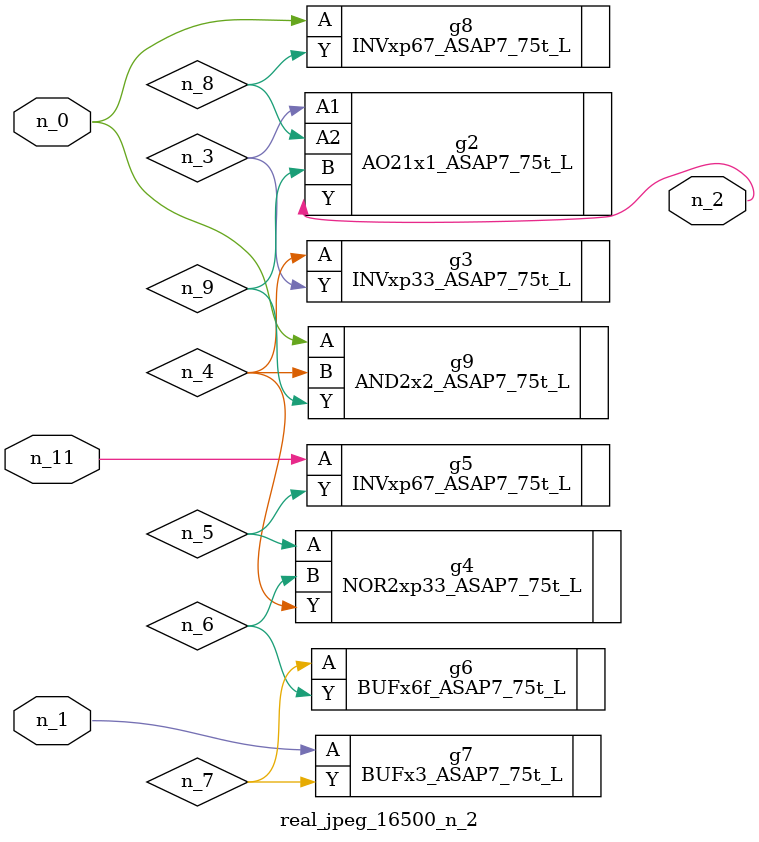
<source format=v>
module real_jpeg_16500_n_2 (n_1, n_11, n_0, n_2);

input n_1;
input n_11;
input n_0;

output n_2;

wire n_5;
wire n_8;
wire n_4;
wire n_6;
wire n_7;
wire n_3;
wire n_9;

INVxp67_ASAP7_75t_L g8 ( 
.A(n_0),
.Y(n_8)
);

AND2x2_ASAP7_75t_L g9 ( 
.A(n_0),
.B(n_4),
.Y(n_9)
);

BUFx3_ASAP7_75t_L g7 ( 
.A(n_1),
.Y(n_7)
);

AO21x1_ASAP7_75t_L g2 ( 
.A1(n_3),
.A2(n_8),
.B(n_9),
.Y(n_2)
);

INVxp33_ASAP7_75t_L g3 ( 
.A(n_4),
.Y(n_3)
);

NOR2xp33_ASAP7_75t_L g4 ( 
.A(n_5),
.B(n_6),
.Y(n_4)
);

BUFx6f_ASAP7_75t_L g6 ( 
.A(n_7),
.Y(n_6)
);

INVxp67_ASAP7_75t_L g5 ( 
.A(n_11),
.Y(n_5)
);


endmodule
</source>
